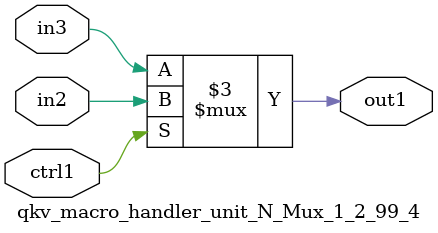
<source format=v>

`timescale 1ps / 1ps


module qkv_macro_handler_unit_N_Mux_1_2_99_4( in3, in2, ctrl1, out1 );

    input in3;
    input in2;
    input ctrl1;
    output out1;
    reg out1;

    
    // rtl_process:qkv_macro_handler_unit_N_Mux_1_2_99_4/qkv_macro_handler_unit_N_Mux_1_2_99_4_thread_1
    always @*
      begin : qkv_macro_handler_unit_N_Mux_1_2_99_4_thread_1
        case (ctrl1) 
          1'b1: 
            begin
              out1 = in2;
            end
          default: 
            begin
              out1 = in3;
            end
        endcase
      end

endmodule



</source>
